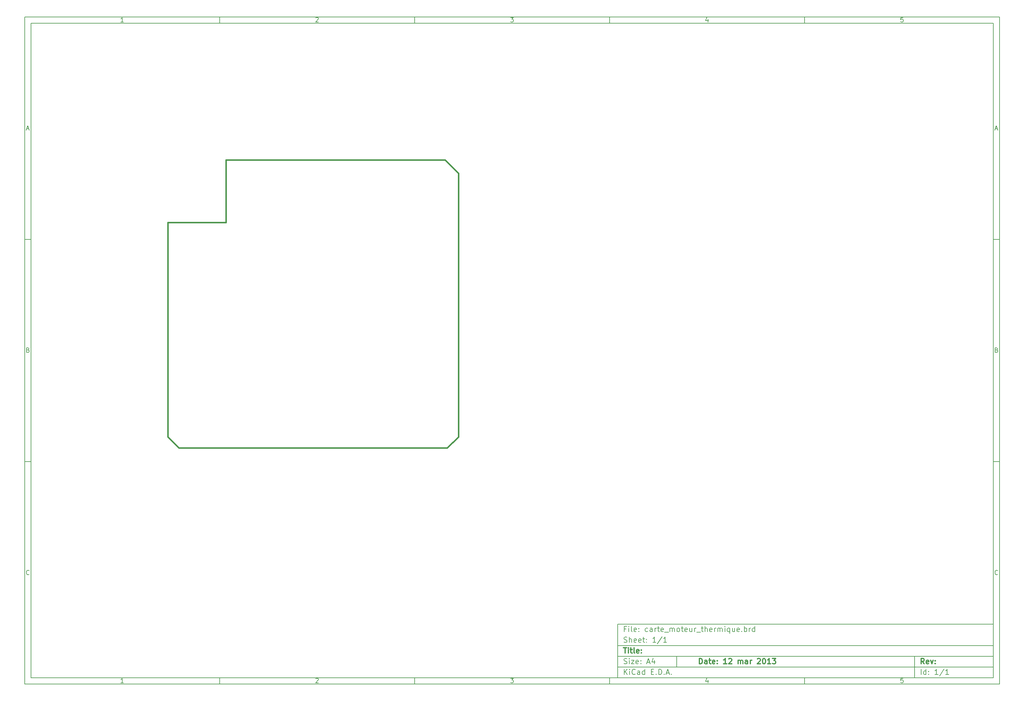
<source format=gbr>
G04 (created by PCBNEW-RS274X (2012-01-19 BZR 3256)-stable) date 12/03/2013 15:57:58*
G01*
G70*
G90*
%MOIN*%
G04 Gerber Fmt 3.4, Leading zero omitted, Abs format*
%FSLAX34Y34*%
G04 APERTURE LIST*
%ADD10C,0.006000*%
%ADD11C,0.012000*%
%ADD12C,0.015000*%
G04 APERTURE END LIST*
G54D10*
X04000Y-04000D02*
X113000Y-04000D01*
X113000Y-78670D01*
X04000Y-78670D01*
X04000Y-04000D01*
X04700Y-04700D02*
X112300Y-04700D01*
X112300Y-77970D01*
X04700Y-77970D01*
X04700Y-04700D01*
X25800Y-04000D02*
X25800Y-04700D01*
X15043Y-04552D02*
X14757Y-04552D01*
X14900Y-04552D02*
X14900Y-04052D01*
X14852Y-04124D01*
X14805Y-04171D01*
X14757Y-04195D01*
X25800Y-78670D02*
X25800Y-77970D01*
X15043Y-78522D02*
X14757Y-78522D01*
X14900Y-78522D02*
X14900Y-78022D01*
X14852Y-78094D01*
X14805Y-78141D01*
X14757Y-78165D01*
X47600Y-04000D02*
X47600Y-04700D01*
X36557Y-04100D02*
X36581Y-04076D01*
X36629Y-04052D01*
X36748Y-04052D01*
X36795Y-04076D01*
X36819Y-04100D01*
X36843Y-04148D01*
X36843Y-04195D01*
X36819Y-04267D01*
X36533Y-04552D01*
X36843Y-04552D01*
X47600Y-78670D02*
X47600Y-77970D01*
X36557Y-78070D02*
X36581Y-78046D01*
X36629Y-78022D01*
X36748Y-78022D01*
X36795Y-78046D01*
X36819Y-78070D01*
X36843Y-78118D01*
X36843Y-78165D01*
X36819Y-78237D01*
X36533Y-78522D01*
X36843Y-78522D01*
X69400Y-04000D02*
X69400Y-04700D01*
X58333Y-04052D02*
X58643Y-04052D01*
X58476Y-04243D01*
X58548Y-04243D01*
X58595Y-04267D01*
X58619Y-04290D01*
X58643Y-04338D01*
X58643Y-04457D01*
X58619Y-04505D01*
X58595Y-04529D01*
X58548Y-04552D01*
X58405Y-04552D01*
X58357Y-04529D01*
X58333Y-04505D01*
X69400Y-78670D02*
X69400Y-77970D01*
X58333Y-78022D02*
X58643Y-78022D01*
X58476Y-78213D01*
X58548Y-78213D01*
X58595Y-78237D01*
X58619Y-78260D01*
X58643Y-78308D01*
X58643Y-78427D01*
X58619Y-78475D01*
X58595Y-78499D01*
X58548Y-78522D01*
X58405Y-78522D01*
X58357Y-78499D01*
X58333Y-78475D01*
X91200Y-04000D02*
X91200Y-04700D01*
X80395Y-04219D02*
X80395Y-04552D01*
X80276Y-04029D02*
X80157Y-04386D01*
X80467Y-04386D01*
X91200Y-78670D02*
X91200Y-77970D01*
X80395Y-78189D02*
X80395Y-78522D01*
X80276Y-77999D02*
X80157Y-78356D01*
X80467Y-78356D01*
X102219Y-04052D02*
X101981Y-04052D01*
X101957Y-04290D01*
X101981Y-04267D01*
X102029Y-04243D01*
X102148Y-04243D01*
X102195Y-04267D01*
X102219Y-04290D01*
X102243Y-04338D01*
X102243Y-04457D01*
X102219Y-04505D01*
X102195Y-04529D01*
X102148Y-04552D01*
X102029Y-04552D01*
X101981Y-04529D01*
X101957Y-04505D01*
X102219Y-78022D02*
X101981Y-78022D01*
X101957Y-78260D01*
X101981Y-78237D01*
X102029Y-78213D01*
X102148Y-78213D01*
X102195Y-78237D01*
X102219Y-78260D01*
X102243Y-78308D01*
X102243Y-78427D01*
X102219Y-78475D01*
X102195Y-78499D01*
X102148Y-78522D01*
X102029Y-78522D01*
X101981Y-78499D01*
X101957Y-78475D01*
X04000Y-28890D02*
X04700Y-28890D01*
X04231Y-16510D02*
X04469Y-16510D01*
X04184Y-16652D02*
X04350Y-16152D01*
X04517Y-16652D01*
X113000Y-28890D02*
X112300Y-28890D01*
X112531Y-16510D02*
X112769Y-16510D01*
X112484Y-16652D02*
X112650Y-16152D01*
X112817Y-16652D01*
X04000Y-53780D02*
X04700Y-53780D01*
X04386Y-41280D02*
X04457Y-41304D01*
X04481Y-41328D01*
X04505Y-41376D01*
X04505Y-41447D01*
X04481Y-41495D01*
X04457Y-41519D01*
X04410Y-41542D01*
X04219Y-41542D01*
X04219Y-41042D01*
X04386Y-41042D01*
X04433Y-41066D01*
X04457Y-41090D01*
X04481Y-41138D01*
X04481Y-41185D01*
X04457Y-41233D01*
X04433Y-41257D01*
X04386Y-41280D01*
X04219Y-41280D01*
X113000Y-53780D02*
X112300Y-53780D01*
X112686Y-41280D02*
X112757Y-41304D01*
X112781Y-41328D01*
X112805Y-41376D01*
X112805Y-41447D01*
X112781Y-41495D01*
X112757Y-41519D01*
X112710Y-41542D01*
X112519Y-41542D01*
X112519Y-41042D01*
X112686Y-41042D01*
X112733Y-41066D01*
X112757Y-41090D01*
X112781Y-41138D01*
X112781Y-41185D01*
X112757Y-41233D01*
X112733Y-41257D01*
X112686Y-41280D01*
X112519Y-41280D01*
X04505Y-66385D02*
X04481Y-66409D01*
X04410Y-66432D01*
X04362Y-66432D01*
X04290Y-66409D01*
X04243Y-66361D01*
X04219Y-66313D01*
X04195Y-66218D01*
X04195Y-66147D01*
X04219Y-66051D01*
X04243Y-66004D01*
X04290Y-65956D01*
X04362Y-65932D01*
X04410Y-65932D01*
X04481Y-65956D01*
X04505Y-65980D01*
X112805Y-66385D02*
X112781Y-66409D01*
X112710Y-66432D01*
X112662Y-66432D01*
X112590Y-66409D01*
X112543Y-66361D01*
X112519Y-66313D01*
X112495Y-66218D01*
X112495Y-66147D01*
X112519Y-66051D01*
X112543Y-66004D01*
X112590Y-65956D01*
X112662Y-65932D01*
X112710Y-65932D01*
X112781Y-65956D01*
X112805Y-65980D01*
G54D11*
X79443Y-76413D02*
X79443Y-75813D01*
X79586Y-75813D01*
X79671Y-75841D01*
X79729Y-75899D01*
X79757Y-75956D01*
X79786Y-76070D01*
X79786Y-76156D01*
X79757Y-76270D01*
X79729Y-76327D01*
X79671Y-76384D01*
X79586Y-76413D01*
X79443Y-76413D01*
X80300Y-76413D02*
X80300Y-76099D01*
X80271Y-76041D01*
X80214Y-76013D01*
X80100Y-76013D01*
X80043Y-76041D01*
X80300Y-76384D02*
X80243Y-76413D01*
X80100Y-76413D01*
X80043Y-76384D01*
X80014Y-76327D01*
X80014Y-76270D01*
X80043Y-76213D01*
X80100Y-76184D01*
X80243Y-76184D01*
X80300Y-76156D01*
X80500Y-76013D02*
X80729Y-76013D01*
X80586Y-75813D02*
X80586Y-76327D01*
X80614Y-76384D01*
X80672Y-76413D01*
X80729Y-76413D01*
X81157Y-76384D02*
X81100Y-76413D01*
X80986Y-76413D01*
X80929Y-76384D01*
X80900Y-76327D01*
X80900Y-76099D01*
X80929Y-76041D01*
X80986Y-76013D01*
X81100Y-76013D01*
X81157Y-76041D01*
X81186Y-76099D01*
X81186Y-76156D01*
X80900Y-76213D01*
X81443Y-76356D02*
X81471Y-76384D01*
X81443Y-76413D01*
X81414Y-76384D01*
X81443Y-76356D01*
X81443Y-76413D01*
X81443Y-76041D02*
X81471Y-76070D01*
X81443Y-76099D01*
X81414Y-76070D01*
X81443Y-76041D01*
X81443Y-76099D01*
X82500Y-76413D02*
X82157Y-76413D01*
X82329Y-76413D02*
X82329Y-75813D01*
X82272Y-75899D01*
X82214Y-75956D01*
X82157Y-75984D01*
X82728Y-75870D02*
X82757Y-75841D01*
X82814Y-75813D01*
X82957Y-75813D01*
X83014Y-75841D01*
X83043Y-75870D01*
X83071Y-75927D01*
X83071Y-75984D01*
X83043Y-76070D01*
X82700Y-76413D01*
X83071Y-76413D01*
X83785Y-76413D02*
X83785Y-76013D01*
X83785Y-76070D02*
X83813Y-76041D01*
X83871Y-76013D01*
X83956Y-76013D01*
X84013Y-76041D01*
X84042Y-76099D01*
X84042Y-76413D01*
X84042Y-76099D02*
X84071Y-76041D01*
X84128Y-76013D01*
X84213Y-76013D01*
X84271Y-76041D01*
X84299Y-76099D01*
X84299Y-76413D01*
X84842Y-76413D02*
X84842Y-76099D01*
X84813Y-76041D01*
X84756Y-76013D01*
X84642Y-76013D01*
X84585Y-76041D01*
X84842Y-76384D02*
X84785Y-76413D01*
X84642Y-76413D01*
X84585Y-76384D01*
X84556Y-76327D01*
X84556Y-76270D01*
X84585Y-76213D01*
X84642Y-76184D01*
X84785Y-76184D01*
X84842Y-76156D01*
X85128Y-76413D02*
X85128Y-76013D01*
X85128Y-76127D02*
X85156Y-76070D01*
X85185Y-76041D01*
X85242Y-76013D01*
X85299Y-76013D01*
X85927Y-75870D02*
X85956Y-75841D01*
X86013Y-75813D01*
X86156Y-75813D01*
X86213Y-75841D01*
X86242Y-75870D01*
X86270Y-75927D01*
X86270Y-75984D01*
X86242Y-76070D01*
X85899Y-76413D01*
X86270Y-76413D01*
X86641Y-75813D02*
X86698Y-75813D01*
X86755Y-75841D01*
X86784Y-75870D01*
X86813Y-75927D01*
X86841Y-76041D01*
X86841Y-76184D01*
X86813Y-76299D01*
X86784Y-76356D01*
X86755Y-76384D01*
X86698Y-76413D01*
X86641Y-76413D01*
X86584Y-76384D01*
X86555Y-76356D01*
X86527Y-76299D01*
X86498Y-76184D01*
X86498Y-76041D01*
X86527Y-75927D01*
X86555Y-75870D01*
X86584Y-75841D01*
X86641Y-75813D01*
X87412Y-76413D02*
X87069Y-76413D01*
X87241Y-76413D02*
X87241Y-75813D01*
X87184Y-75899D01*
X87126Y-75956D01*
X87069Y-75984D01*
X87612Y-75813D02*
X87983Y-75813D01*
X87783Y-76041D01*
X87869Y-76041D01*
X87926Y-76070D01*
X87955Y-76099D01*
X87983Y-76156D01*
X87983Y-76299D01*
X87955Y-76356D01*
X87926Y-76384D01*
X87869Y-76413D01*
X87697Y-76413D01*
X87640Y-76384D01*
X87612Y-76356D01*
G54D10*
X71043Y-77613D02*
X71043Y-77013D01*
X71386Y-77613D02*
X71129Y-77270D01*
X71386Y-77013D02*
X71043Y-77356D01*
X71643Y-77613D02*
X71643Y-77213D01*
X71643Y-77013D02*
X71614Y-77041D01*
X71643Y-77070D01*
X71671Y-77041D01*
X71643Y-77013D01*
X71643Y-77070D01*
X72272Y-77556D02*
X72243Y-77584D01*
X72157Y-77613D01*
X72100Y-77613D01*
X72015Y-77584D01*
X71957Y-77527D01*
X71929Y-77470D01*
X71900Y-77356D01*
X71900Y-77270D01*
X71929Y-77156D01*
X71957Y-77099D01*
X72015Y-77041D01*
X72100Y-77013D01*
X72157Y-77013D01*
X72243Y-77041D01*
X72272Y-77070D01*
X72786Y-77613D02*
X72786Y-77299D01*
X72757Y-77241D01*
X72700Y-77213D01*
X72586Y-77213D01*
X72529Y-77241D01*
X72786Y-77584D02*
X72729Y-77613D01*
X72586Y-77613D01*
X72529Y-77584D01*
X72500Y-77527D01*
X72500Y-77470D01*
X72529Y-77413D01*
X72586Y-77384D01*
X72729Y-77384D01*
X72786Y-77356D01*
X73329Y-77613D02*
X73329Y-77013D01*
X73329Y-77584D02*
X73272Y-77613D01*
X73158Y-77613D01*
X73100Y-77584D01*
X73072Y-77556D01*
X73043Y-77499D01*
X73043Y-77327D01*
X73072Y-77270D01*
X73100Y-77241D01*
X73158Y-77213D01*
X73272Y-77213D01*
X73329Y-77241D01*
X74072Y-77299D02*
X74272Y-77299D01*
X74358Y-77613D02*
X74072Y-77613D01*
X74072Y-77013D01*
X74358Y-77013D01*
X74615Y-77556D02*
X74643Y-77584D01*
X74615Y-77613D01*
X74586Y-77584D01*
X74615Y-77556D01*
X74615Y-77613D01*
X74901Y-77613D02*
X74901Y-77013D01*
X75044Y-77013D01*
X75129Y-77041D01*
X75187Y-77099D01*
X75215Y-77156D01*
X75244Y-77270D01*
X75244Y-77356D01*
X75215Y-77470D01*
X75187Y-77527D01*
X75129Y-77584D01*
X75044Y-77613D01*
X74901Y-77613D01*
X75501Y-77556D02*
X75529Y-77584D01*
X75501Y-77613D01*
X75472Y-77584D01*
X75501Y-77556D01*
X75501Y-77613D01*
X75758Y-77441D02*
X76044Y-77441D01*
X75701Y-77613D02*
X75901Y-77013D01*
X76101Y-77613D01*
X76301Y-77556D02*
X76329Y-77584D01*
X76301Y-77613D01*
X76272Y-77584D01*
X76301Y-77556D01*
X76301Y-77613D01*
G54D11*
X104586Y-76413D02*
X104386Y-76127D01*
X104243Y-76413D02*
X104243Y-75813D01*
X104471Y-75813D01*
X104529Y-75841D01*
X104557Y-75870D01*
X104586Y-75927D01*
X104586Y-76013D01*
X104557Y-76070D01*
X104529Y-76099D01*
X104471Y-76127D01*
X104243Y-76127D01*
X105071Y-76384D02*
X105014Y-76413D01*
X104900Y-76413D01*
X104843Y-76384D01*
X104814Y-76327D01*
X104814Y-76099D01*
X104843Y-76041D01*
X104900Y-76013D01*
X105014Y-76013D01*
X105071Y-76041D01*
X105100Y-76099D01*
X105100Y-76156D01*
X104814Y-76213D01*
X105300Y-76013D02*
X105443Y-76413D01*
X105585Y-76013D01*
X105814Y-76356D02*
X105842Y-76384D01*
X105814Y-76413D01*
X105785Y-76384D01*
X105814Y-76356D01*
X105814Y-76413D01*
X105814Y-76041D02*
X105842Y-76070D01*
X105814Y-76099D01*
X105785Y-76070D01*
X105814Y-76041D01*
X105814Y-76099D01*
G54D10*
X71014Y-76384D02*
X71100Y-76413D01*
X71243Y-76413D01*
X71300Y-76384D01*
X71329Y-76356D01*
X71357Y-76299D01*
X71357Y-76241D01*
X71329Y-76184D01*
X71300Y-76156D01*
X71243Y-76127D01*
X71129Y-76099D01*
X71071Y-76070D01*
X71043Y-76041D01*
X71014Y-75984D01*
X71014Y-75927D01*
X71043Y-75870D01*
X71071Y-75841D01*
X71129Y-75813D01*
X71271Y-75813D01*
X71357Y-75841D01*
X71614Y-76413D02*
X71614Y-76013D01*
X71614Y-75813D02*
X71585Y-75841D01*
X71614Y-75870D01*
X71642Y-75841D01*
X71614Y-75813D01*
X71614Y-75870D01*
X71843Y-76013D02*
X72157Y-76013D01*
X71843Y-76413D01*
X72157Y-76413D01*
X72614Y-76384D02*
X72557Y-76413D01*
X72443Y-76413D01*
X72386Y-76384D01*
X72357Y-76327D01*
X72357Y-76099D01*
X72386Y-76041D01*
X72443Y-76013D01*
X72557Y-76013D01*
X72614Y-76041D01*
X72643Y-76099D01*
X72643Y-76156D01*
X72357Y-76213D01*
X72900Y-76356D02*
X72928Y-76384D01*
X72900Y-76413D01*
X72871Y-76384D01*
X72900Y-76356D01*
X72900Y-76413D01*
X72900Y-76041D02*
X72928Y-76070D01*
X72900Y-76099D01*
X72871Y-76070D01*
X72900Y-76041D01*
X72900Y-76099D01*
X73614Y-76241D02*
X73900Y-76241D01*
X73557Y-76413D02*
X73757Y-75813D01*
X73957Y-76413D01*
X74414Y-76013D02*
X74414Y-76413D01*
X74271Y-75784D02*
X74128Y-76213D01*
X74500Y-76213D01*
X104243Y-77613D02*
X104243Y-77013D01*
X104786Y-77613D02*
X104786Y-77013D01*
X104786Y-77584D02*
X104729Y-77613D01*
X104615Y-77613D01*
X104557Y-77584D01*
X104529Y-77556D01*
X104500Y-77499D01*
X104500Y-77327D01*
X104529Y-77270D01*
X104557Y-77241D01*
X104615Y-77213D01*
X104729Y-77213D01*
X104786Y-77241D01*
X105072Y-77556D02*
X105100Y-77584D01*
X105072Y-77613D01*
X105043Y-77584D01*
X105072Y-77556D01*
X105072Y-77613D01*
X105072Y-77241D02*
X105100Y-77270D01*
X105072Y-77299D01*
X105043Y-77270D01*
X105072Y-77241D01*
X105072Y-77299D01*
X106129Y-77613D02*
X105786Y-77613D01*
X105958Y-77613D02*
X105958Y-77013D01*
X105901Y-77099D01*
X105843Y-77156D01*
X105786Y-77184D01*
X106814Y-76984D02*
X106300Y-77756D01*
X107329Y-77613D02*
X106986Y-77613D01*
X107158Y-77613D02*
X107158Y-77013D01*
X107101Y-77099D01*
X107043Y-77156D01*
X106986Y-77184D01*
G54D11*
X70957Y-74613D02*
X71300Y-74613D01*
X71129Y-75213D02*
X71129Y-74613D01*
X71500Y-75213D02*
X71500Y-74813D01*
X71500Y-74613D02*
X71471Y-74641D01*
X71500Y-74670D01*
X71528Y-74641D01*
X71500Y-74613D01*
X71500Y-74670D01*
X71700Y-74813D02*
X71929Y-74813D01*
X71786Y-74613D02*
X71786Y-75127D01*
X71814Y-75184D01*
X71872Y-75213D01*
X71929Y-75213D01*
X72215Y-75213D02*
X72157Y-75184D01*
X72129Y-75127D01*
X72129Y-74613D01*
X72671Y-75184D02*
X72614Y-75213D01*
X72500Y-75213D01*
X72443Y-75184D01*
X72414Y-75127D01*
X72414Y-74899D01*
X72443Y-74841D01*
X72500Y-74813D01*
X72614Y-74813D01*
X72671Y-74841D01*
X72700Y-74899D01*
X72700Y-74956D01*
X72414Y-75013D01*
X72957Y-75156D02*
X72985Y-75184D01*
X72957Y-75213D01*
X72928Y-75184D01*
X72957Y-75156D01*
X72957Y-75213D01*
X72957Y-74841D02*
X72985Y-74870D01*
X72957Y-74899D01*
X72928Y-74870D01*
X72957Y-74841D01*
X72957Y-74899D01*
G54D10*
X71243Y-72499D02*
X71043Y-72499D01*
X71043Y-72813D02*
X71043Y-72213D01*
X71329Y-72213D01*
X71557Y-72813D02*
X71557Y-72413D01*
X71557Y-72213D02*
X71528Y-72241D01*
X71557Y-72270D01*
X71585Y-72241D01*
X71557Y-72213D01*
X71557Y-72270D01*
X71929Y-72813D02*
X71871Y-72784D01*
X71843Y-72727D01*
X71843Y-72213D01*
X72385Y-72784D02*
X72328Y-72813D01*
X72214Y-72813D01*
X72157Y-72784D01*
X72128Y-72727D01*
X72128Y-72499D01*
X72157Y-72441D01*
X72214Y-72413D01*
X72328Y-72413D01*
X72385Y-72441D01*
X72414Y-72499D01*
X72414Y-72556D01*
X72128Y-72613D01*
X72671Y-72756D02*
X72699Y-72784D01*
X72671Y-72813D01*
X72642Y-72784D01*
X72671Y-72756D01*
X72671Y-72813D01*
X72671Y-72441D02*
X72699Y-72470D01*
X72671Y-72499D01*
X72642Y-72470D01*
X72671Y-72441D01*
X72671Y-72499D01*
X73671Y-72784D02*
X73614Y-72813D01*
X73500Y-72813D01*
X73442Y-72784D01*
X73414Y-72756D01*
X73385Y-72699D01*
X73385Y-72527D01*
X73414Y-72470D01*
X73442Y-72441D01*
X73500Y-72413D01*
X73614Y-72413D01*
X73671Y-72441D01*
X74185Y-72813D02*
X74185Y-72499D01*
X74156Y-72441D01*
X74099Y-72413D01*
X73985Y-72413D01*
X73928Y-72441D01*
X74185Y-72784D02*
X74128Y-72813D01*
X73985Y-72813D01*
X73928Y-72784D01*
X73899Y-72727D01*
X73899Y-72670D01*
X73928Y-72613D01*
X73985Y-72584D01*
X74128Y-72584D01*
X74185Y-72556D01*
X74471Y-72813D02*
X74471Y-72413D01*
X74471Y-72527D02*
X74499Y-72470D01*
X74528Y-72441D01*
X74585Y-72413D01*
X74642Y-72413D01*
X74756Y-72413D02*
X74985Y-72413D01*
X74842Y-72213D02*
X74842Y-72727D01*
X74870Y-72784D01*
X74928Y-72813D01*
X74985Y-72813D01*
X75413Y-72784D02*
X75356Y-72813D01*
X75242Y-72813D01*
X75185Y-72784D01*
X75156Y-72727D01*
X75156Y-72499D01*
X75185Y-72441D01*
X75242Y-72413D01*
X75356Y-72413D01*
X75413Y-72441D01*
X75442Y-72499D01*
X75442Y-72556D01*
X75156Y-72613D01*
X75556Y-72870D02*
X76013Y-72870D01*
X76156Y-72813D02*
X76156Y-72413D01*
X76156Y-72470D02*
X76184Y-72441D01*
X76242Y-72413D01*
X76327Y-72413D01*
X76384Y-72441D01*
X76413Y-72499D01*
X76413Y-72813D01*
X76413Y-72499D02*
X76442Y-72441D01*
X76499Y-72413D01*
X76584Y-72413D01*
X76642Y-72441D01*
X76670Y-72499D01*
X76670Y-72813D01*
X77042Y-72813D02*
X76984Y-72784D01*
X76956Y-72756D01*
X76927Y-72699D01*
X76927Y-72527D01*
X76956Y-72470D01*
X76984Y-72441D01*
X77042Y-72413D01*
X77127Y-72413D01*
X77184Y-72441D01*
X77213Y-72470D01*
X77242Y-72527D01*
X77242Y-72699D01*
X77213Y-72756D01*
X77184Y-72784D01*
X77127Y-72813D01*
X77042Y-72813D01*
X77413Y-72413D02*
X77642Y-72413D01*
X77499Y-72213D02*
X77499Y-72727D01*
X77527Y-72784D01*
X77585Y-72813D01*
X77642Y-72813D01*
X78070Y-72784D02*
X78013Y-72813D01*
X77899Y-72813D01*
X77842Y-72784D01*
X77813Y-72727D01*
X77813Y-72499D01*
X77842Y-72441D01*
X77899Y-72413D01*
X78013Y-72413D01*
X78070Y-72441D01*
X78099Y-72499D01*
X78099Y-72556D01*
X77813Y-72613D01*
X78613Y-72413D02*
X78613Y-72813D01*
X78356Y-72413D02*
X78356Y-72727D01*
X78384Y-72784D01*
X78442Y-72813D01*
X78527Y-72813D01*
X78584Y-72784D01*
X78613Y-72756D01*
X78899Y-72813D02*
X78899Y-72413D01*
X78899Y-72527D02*
X78927Y-72470D01*
X78956Y-72441D01*
X79013Y-72413D01*
X79070Y-72413D01*
X79127Y-72870D02*
X79584Y-72870D01*
X79641Y-72413D02*
X79870Y-72413D01*
X79727Y-72213D02*
X79727Y-72727D01*
X79755Y-72784D01*
X79813Y-72813D01*
X79870Y-72813D01*
X80070Y-72813D02*
X80070Y-72213D01*
X80327Y-72813D02*
X80327Y-72499D01*
X80298Y-72441D01*
X80241Y-72413D01*
X80156Y-72413D01*
X80098Y-72441D01*
X80070Y-72470D01*
X80841Y-72784D02*
X80784Y-72813D01*
X80670Y-72813D01*
X80613Y-72784D01*
X80584Y-72727D01*
X80584Y-72499D01*
X80613Y-72441D01*
X80670Y-72413D01*
X80784Y-72413D01*
X80841Y-72441D01*
X80870Y-72499D01*
X80870Y-72556D01*
X80584Y-72613D01*
X81127Y-72813D02*
X81127Y-72413D01*
X81127Y-72527D02*
X81155Y-72470D01*
X81184Y-72441D01*
X81241Y-72413D01*
X81298Y-72413D01*
X81498Y-72813D02*
X81498Y-72413D01*
X81498Y-72470D02*
X81526Y-72441D01*
X81584Y-72413D01*
X81669Y-72413D01*
X81726Y-72441D01*
X81755Y-72499D01*
X81755Y-72813D01*
X81755Y-72499D02*
X81784Y-72441D01*
X81841Y-72413D01*
X81926Y-72413D01*
X81984Y-72441D01*
X82012Y-72499D01*
X82012Y-72813D01*
X82298Y-72813D02*
X82298Y-72413D01*
X82298Y-72213D02*
X82269Y-72241D01*
X82298Y-72270D01*
X82326Y-72241D01*
X82298Y-72213D01*
X82298Y-72270D01*
X82841Y-72413D02*
X82841Y-73013D01*
X82841Y-72784D02*
X82784Y-72813D01*
X82670Y-72813D01*
X82612Y-72784D01*
X82584Y-72756D01*
X82555Y-72699D01*
X82555Y-72527D01*
X82584Y-72470D01*
X82612Y-72441D01*
X82670Y-72413D01*
X82784Y-72413D01*
X82841Y-72441D01*
X83384Y-72413D02*
X83384Y-72813D01*
X83127Y-72413D02*
X83127Y-72727D01*
X83155Y-72784D01*
X83213Y-72813D01*
X83298Y-72813D01*
X83355Y-72784D01*
X83384Y-72756D01*
X83898Y-72784D02*
X83841Y-72813D01*
X83727Y-72813D01*
X83670Y-72784D01*
X83641Y-72727D01*
X83641Y-72499D01*
X83670Y-72441D01*
X83727Y-72413D01*
X83841Y-72413D01*
X83898Y-72441D01*
X83927Y-72499D01*
X83927Y-72556D01*
X83641Y-72613D01*
X84184Y-72756D02*
X84212Y-72784D01*
X84184Y-72813D01*
X84155Y-72784D01*
X84184Y-72756D01*
X84184Y-72813D01*
X84470Y-72813D02*
X84470Y-72213D01*
X84470Y-72441D02*
X84527Y-72413D01*
X84641Y-72413D01*
X84698Y-72441D01*
X84727Y-72470D01*
X84756Y-72527D01*
X84756Y-72699D01*
X84727Y-72756D01*
X84698Y-72784D01*
X84641Y-72813D01*
X84527Y-72813D01*
X84470Y-72784D01*
X85013Y-72813D02*
X85013Y-72413D01*
X85013Y-72527D02*
X85041Y-72470D01*
X85070Y-72441D01*
X85127Y-72413D01*
X85184Y-72413D01*
X85641Y-72813D02*
X85641Y-72213D01*
X85641Y-72784D02*
X85584Y-72813D01*
X85470Y-72813D01*
X85412Y-72784D01*
X85384Y-72756D01*
X85355Y-72699D01*
X85355Y-72527D01*
X85384Y-72470D01*
X85412Y-72441D01*
X85470Y-72413D01*
X85584Y-72413D01*
X85641Y-72441D01*
X71014Y-73984D02*
X71100Y-74013D01*
X71243Y-74013D01*
X71300Y-73984D01*
X71329Y-73956D01*
X71357Y-73899D01*
X71357Y-73841D01*
X71329Y-73784D01*
X71300Y-73756D01*
X71243Y-73727D01*
X71129Y-73699D01*
X71071Y-73670D01*
X71043Y-73641D01*
X71014Y-73584D01*
X71014Y-73527D01*
X71043Y-73470D01*
X71071Y-73441D01*
X71129Y-73413D01*
X71271Y-73413D01*
X71357Y-73441D01*
X71614Y-74013D02*
X71614Y-73413D01*
X71871Y-74013D02*
X71871Y-73699D01*
X71842Y-73641D01*
X71785Y-73613D01*
X71700Y-73613D01*
X71642Y-73641D01*
X71614Y-73670D01*
X72385Y-73984D02*
X72328Y-74013D01*
X72214Y-74013D01*
X72157Y-73984D01*
X72128Y-73927D01*
X72128Y-73699D01*
X72157Y-73641D01*
X72214Y-73613D01*
X72328Y-73613D01*
X72385Y-73641D01*
X72414Y-73699D01*
X72414Y-73756D01*
X72128Y-73813D01*
X72899Y-73984D02*
X72842Y-74013D01*
X72728Y-74013D01*
X72671Y-73984D01*
X72642Y-73927D01*
X72642Y-73699D01*
X72671Y-73641D01*
X72728Y-73613D01*
X72842Y-73613D01*
X72899Y-73641D01*
X72928Y-73699D01*
X72928Y-73756D01*
X72642Y-73813D01*
X73099Y-73613D02*
X73328Y-73613D01*
X73185Y-73413D02*
X73185Y-73927D01*
X73213Y-73984D01*
X73271Y-74013D01*
X73328Y-74013D01*
X73528Y-73956D02*
X73556Y-73984D01*
X73528Y-74013D01*
X73499Y-73984D01*
X73528Y-73956D01*
X73528Y-74013D01*
X73528Y-73641D02*
X73556Y-73670D01*
X73528Y-73699D01*
X73499Y-73670D01*
X73528Y-73641D01*
X73528Y-73699D01*
X74585Y-74013D02*
X74242Y-74013D01*
X74414Y-74013D02*
X74414Y-73413D01*
X74357Y-73499D01*
X74299Y-73556D01*
X74242Y-73584D01*
X75270Y-73384D02*
X74756Y-74156D01*
X75785Y-74013D02*
X75442Y-74013D01*
X75614Y-74013D02*
X75614Y-73413D01*
X75557Y-73499D01*
X75499Y-73556D01*
X75442Y-73584D01*
X70300Y-71970D02*
X70300Y-77970D01*
X70300Y-71970D02*
X112300Y-71970D01*
X70300Y-71970D02*
X112300Y-71970D01*
X70300Y-74370D02*
X112300Y-74370D01*
X103500Y-75570D02*
X103500Y-77970D01*
X70300Y-76770D02*
X112300Y-76770D01*
X70300Y-75570D02*
X112300Y-75570D01*
X76900Y-75570D02*
X76900Y-76770D01*
G54D12*
X20000Y-51000D02*
X20000Y-27000D01*
X51250Y-52250D02*
X21250Y-52250D01*
X20000Y-51000D02*
X21250Y-52250D01*
X51000Y-20000D02*
X26500Y-20000D01*
X52500Y-51000D02*
X51250Y-52250D01*
X52500Y-21500D02*
X52500Y-51000D01*
X51000Y-20000D02*
X52500Y-21500D01*
X26500Y-27000D02*
X26500Y-20000D01*
X20000Y-27000D02*
X26500Y-27000D01*
M02*

</source>
